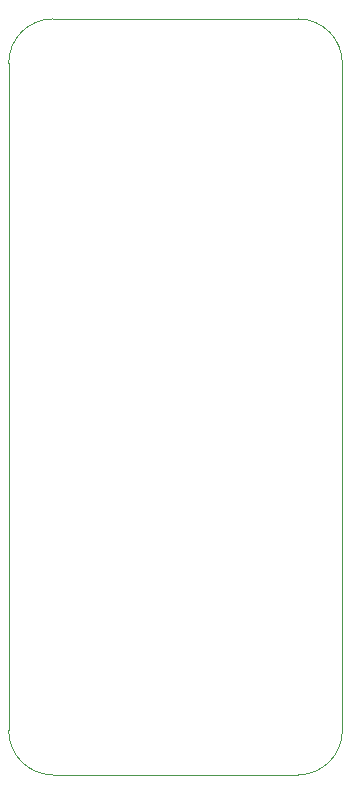
<source format=gbr>
G04 #@! TF.GenerationSoftware,KiCad,Pcbnew,(5.1.5)-3*
G04 #@! TF.CreationDate,2022-07-19T15:35:49+02:00*
G04 #@! TF.ProjectId,Wireless LEDs,57697265-6c65-4737-9320-4c4544732e6b,rev?*
G04 #@! TF.SameCoordinates,Original*
G04 #@! TF.FileFunction,Profile,NP*
%FSLAX46Y46*%
G04 Gerber Fmt 4.6, Leading zero omitted, Abs format (unit mm)*
G04 Created by KiCad (PCBNEW (5.1.5)-3) date 2022-07-19 15:35:49*
%MOMM*%
%LPD*%
G04 APERTURE LIST*
%ADD10C,0.050000*%
G04 APERTURE END LIST*
D10*
X55750000Y-77250000D02*
G75*
G02X52000000Y-81000000I-3750000J0D01*
G01*
X31250000Y-81000000D02*
G75*
G02X27500000Y-77250000I0J3750000D01*
G01*
X27500000Y-20750000D02*
G75*
G02X31250000Y-17000000I3750000J0D01*
G01*
X52000000Y-17000000D02*
G75*
G02X55750000Y-20750000I0J-3750000D01*
G01*
X27500000Y-77250000D02*
X27500000Y-20750000D01*
X52000000Y-81000000D02*
X31250000Y-81000000D01*
X55750000Y-20750000D02*
X55750000Y-77250000D01*
X31250000Y-17000000D02*
X52000000Y-17000000D01*
M02*

</source>
